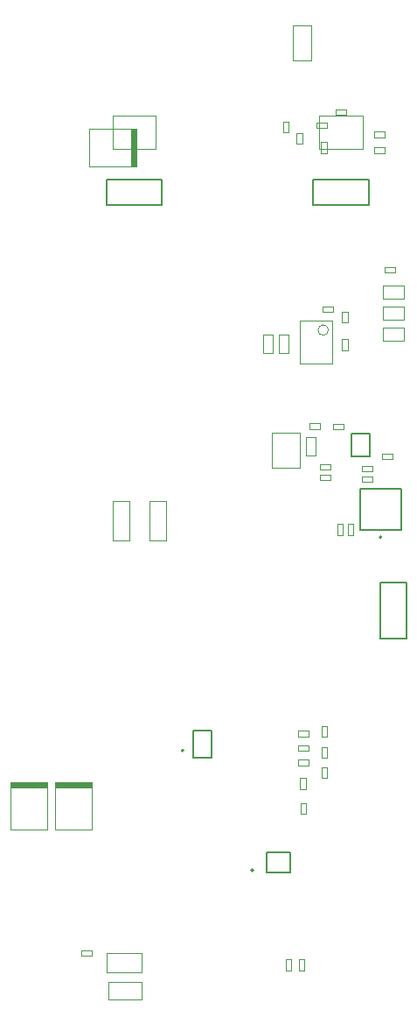
<source format=gbr>
G04*
G04 #@! TF.GenerationSoftware,Altium Limited,Altium Designer,22.4.2 (48)*
G04*
G04 Layer_Color=16711935*
%FSLAX25Y25*%
%MOIN*%
G70*
G04*
G04 #@! TF.SameCoordinates,F1429C7B-AB02-4E32-93F6-432C4BA2DB55*
G04*
G04*
G04 #@! TF.FilePolarity,Positive*
G04*
G01*
G75*
%ADD10C,0.00787*%
%ADD11C,0.00500*%
%ADD160C,0.00394*%
%ADD163R,0.14173X0.02420*%
%ADD164R,0.02420X0.14173*%
D10*
X105953Y53047D02*
G03*
X105953Y53047I-394J0D01*
G01*
X79472Y98638D02*
G03*
X79472Y98638I-394J0D01*
G01*
X154894Y179870D02*
G03*
X154894Y179870I-394J0D01*
G01*
D11*
X154579Y141370D02*
Y162630D01*
X164421D01*
Y141370D02*
Y162630D01*
X154579Y141370D02*
X164421D01*
X120028Y52063D02*
Y59937D01*
X110972Y52063D02*
Y59937D01*
X120028D01*
X110972Y52063D02*
X120028D01*
X82957Y95882D02*
Y106118D01*
X90043Y95882D02*
Y106118D01*
X82957Y95882D02*
X90043D01*
X82957Y106118D02*
X90043D01*
X146626Y182626D02*
X162374D01*
X146626D02*
Y198374D01*
X162374D01*
Y182626D02*
Y198374D01*
X143457Y210669D02*
Y219331D01*
X150543Y210669D02*
Y219331D01*
X143457D02*
X150543D01*
X143457Y210669D02*
X150543D01*
X128740Y306079D02*
X150000D01*
X128740D02*
Y315921D01*
X150000D01*
Y306079D02*
Y315921D01*
X50000Y306079D02*
X71260D01*
X50000D02*
Y315921D01*
X71260D01*
Y306079D02*
Y315921D01*
D160*
X134626Y258626D02*
G03*
X134626Y258626I-1969J0D01*
G01*
X126130Y211055D02*
Y217945D01*
X129870Y211055D02*
Y217945D01*
X126130D02*
X129870D01*
X126130Y211055D02*
X129870D01*
X136201Y245831D02*
Y262169D01*
X123799Y245831D02*
Y262169D01*
X136201D01*
X123799Y245831D02*
X136201D01*
X66350Y178520D02*
Y193480D01*
X72650Y178520D02*
Y193480D01*
X66350Y178520D02*
X72650D01*
X66350Y193480D02*
X72650D01*
X50602Y4035D02*
Y10531D01*
X63398Y4035D02*
Y10531D01*
X50602Y4035D02*
X63398D01*
X50602Y10531D02*
X63398D01*
X44587Y68504D02*
Y86496D01*
X30413D02*
X44587D01*
X30413Y68504D02*
Y86496D01*
Y68504D02*
X44587D01*
X163437Y254539D02*
Y259461D01*
X155563Y254539D02*
Y259461D01*
X163437D01*
X155563Y254539D02*
X163437D01*
X113185Y206307D02*
Y219693D01*
X123815Y206307D02*
Y219693D01*
X113185D02*
X123815D01*
X113185Y206307D02*
X123815D01*
X50000Y14314D02*
Y21401D01*
X63386Y14314D02*
Y21401D01*
X50000Y14314D02*
X63386D01*
X50000Y21401D02*
X63386D01*
X115630Y256945D02*
X119370D01*
X115630Y250055D02*
X119370D01*
X115630D02*
Y256945D01*
X119370Y250055D02*
Y256945D01*
X160028Y280476D02*
Y282524D01*
X155972Y280476D02*
Y282524D01*
X160028D01*
X155972Y280476D02*
X160028D01*
X131102Y327559D02*
X147638D01*
X131102D02*
Y340158D01*
X147638D01*
Y327559D02*
Y340158D01*
X120957Y361307D02*
X128043D01*
X120957Y374693D02*
X128043D01*
Y361307D02*
Y374693D01*
X120957Y361307D02*
Y374693D01*
X141528Y340476D02*
Y342524D01*
X137472Y340476D02*
Y342524D01*
X141528D01*
X137472Y340476D02*
X141528D01*
X44528Y20476D02*
Y22524D01*
X40472Y20476D02*
Y22524D01*
X44528D01*
X40472Y20476D02*
X44528D01*
X123976Y74472D02*
Y78528D01*
X126024Y74472D02*
Y78528D01*
X123976D02*
X126024D01*
X123976Y74472D02*
X126024D01*
X131976Y95972D02*
Y100028D01*
X134024Y95972D02*
Y100028D01*
X131976D02*
X134024D01*
X131976Y95972D02*
X134024D01*
Y103972D02*
Y108028D01*
X131976Y103972D02*
Y108028D01*
Y103972D02*
X134024D01*
X131976Y108028D02*
X134024D01*
X131976Y88240D02*
Y92295D01*
X134024Y88240D02*
Y92295D01*
X131976D02*
X134024D01*
X131976Y88240D02*
X134024D01*
X119528Y333799D02*
Y337854D01*
X117480Y333799D02*
Y337854D01*
Y333799D02*
X119528D01*
X117480Y337854D02*
X119528D01*
X144024Y180705D02*
Y184760D01*
X141976Y180705D02*
Y184760D01*
Y180705D02*
X144024D01*
X141976Y184760D02*
X144024D01*
X137976Y180705D02*
Y184760D01*
X140024Y180705D02*
Y184760D01*
X137976D02*
X140024D01*
X137976Y180705D02*
X140024D01*
X151528Y200976D02*
Y203024D01*
X147472Y200976D02*
Y203024D01*
X151528D01*
X147472Y200976D02*
X151528D01*
X147472Y204976D02*
X151528D01*
X147472Y207024D02*
X151528D01*
X147472Y204976D02*
Y207024D01*
X151528Y204976D02*
Y207024D01*
X109630Y256945D02*
X113370D01*
X109630Y250055D02*
X113370D01*
X109630D02*
Y256945D01*
X113370Y250055D02*
Y256945D01*
X132472Y265476D02*
X136528D01*
X132472Y267524D02*
X136528D01*
X132472Y265476D02*
Y267524D01*
X136528Y265476D02*
Y267524D01*
X43504Y320913D02*
Y335087D01*
X61496Y320913D02*
Y335087D01*
X43504Y320913D02*
X61496D01*
X43504Y335087D02*
X61496D01*
X13413Y68504D02*
X27587D01*
X13413Y86496D02*
X27587D01*
Y68504D02*
Y86496D01*
X13413Y68504D02*
Y86496D01*
X131917Y330067D02*
X134083D01*
X131917Y325933D02*
X134083D01*
X131917D02*
Y330067D01*
X134083Y325933D02*
Y330067D01*
X129933Y337583D02*
X134067D01*
X129933Y335417D02*
X134067D01*
Y337583D01*
X129933Y335417D02*
Y337583D01*
X156067Y331917D02*
Y334083D01*
X151933Y331917D02*
Y334083D01*
X156067D01*
X151933Y331917D02*
X156067D01*
X151933Y325917D02*
X156067D01*
X151933Y328083D02*
X156067D01*
X151933Y325917D02*
Y328083D01*
X156067Y325917D02*
Y328083D01*
X126083Y83933D02*
Y88067D01*
X123917Y83933D02*
Y88067D01*
Y83933D02*
X126083D01*
X123917Y88067D02*
X126083D01*
X122933Y98417D02*
Y100583D01*
X127067Y98417D02*
Y100583D01*
X122933Y98417D02*
X127067D01*
X122933Y100583D02*
X127067D01*
X122933Y103917D02*
Y106083D01*
X127067Y103917D02*
Y106083D01*
X122933Y103917D02*
X127067D01*
X122933Y106083D02*
X127067D01*
X122933Y92917D02*
Y95083D01*
X127067Y92917D02*
Y95083D01*
X122933Y92917D02*
X127067D01*
X122933Y95083D02*
X127067D01*
X122539Y333563D02*
X124705D01*
X122539Y329429D02*
X124705D01*
X122539D02*
Y333563D01*
X124705Y329429D02*
Y333563D01*
X118417Y14933D02*
X120583D01*
X118417Y19067D02*
X120583D01*
Y14933D02*
Y19067D01*
X118417Y14933D02*
Y19067D01*
X123417Y14933D02*
X125583D01*
X123417Y19067D02*
X125583D01*
Y14933D02*
Y19067D01*
X123417Y14933D02*
Y19067D01*
X139917Y255067D02*
X142083D01*
X139917Y250933D02*
X142083D01*
X139917D02*
Y255067D01*
X142083Y250933D02*
Y255067D01*
Y261433D02*
Y265567D01*
X139917Y261433D02*
Y265567D01*
Y261433D02*
X142083D01*
X139917Y265567D02*
X142083D01*
X131567Y220917D02*
Y223083D01*
X127433Y220917D02*
Y223083D01*
X131567D01*
X127433Y220917D02*
X131567D01*
X52350Y178520D02*
Y193480D01*
X58650Y178520D02*
Y193480D01*
X52350Y178520D02*
X58650D01*
X52350Y193480D02*
X58650D01*
X52362Y327559D02*
X68898D01*
X52362D02*
Y340158D01*
X68898D01*
Y327559D02*
Y340158D01*
X136472Y223024D02*
X140528D01*
X136472Y220976D02*
X140528D01*
Y223024D01*
X136472Y220976D02*
Y223024D01*
X131472Y207524D02*
X135528D01*
X131472Y205476D02*
X135528D01*
Y207524D01*
X131472Y205476D02*
Y207524D01*
Y201476D02*
X135528D01*
X131472Y203524D02*
X135528D01*
X131472Y201476D02*
Y203524D01*
X135528Y201476D02*
Y203524D01*
X159067Y209417D02*
Y211583D01*
X154933Y209417D02*
Y211583D01*
X159067D01*
X154933Y209417D02*
X159067D01*
X163437Y262539D02*
Y267461D01*
X155563Y262539D02*
Y267461D01*
X163437D01*
X155563Y262539D02*
X163437D01*
Y270539D02*
Y275461D01*
X155563Y270539D02*
Y275461D01*
X163437D01*
X155563Y270539D02*
X163437D01*
D163*
X37500Y85286D02*
D03*
X20501Y85286D02*
D03*
D164*
X60286Y328000D02*
D03*
M02*

</source>
